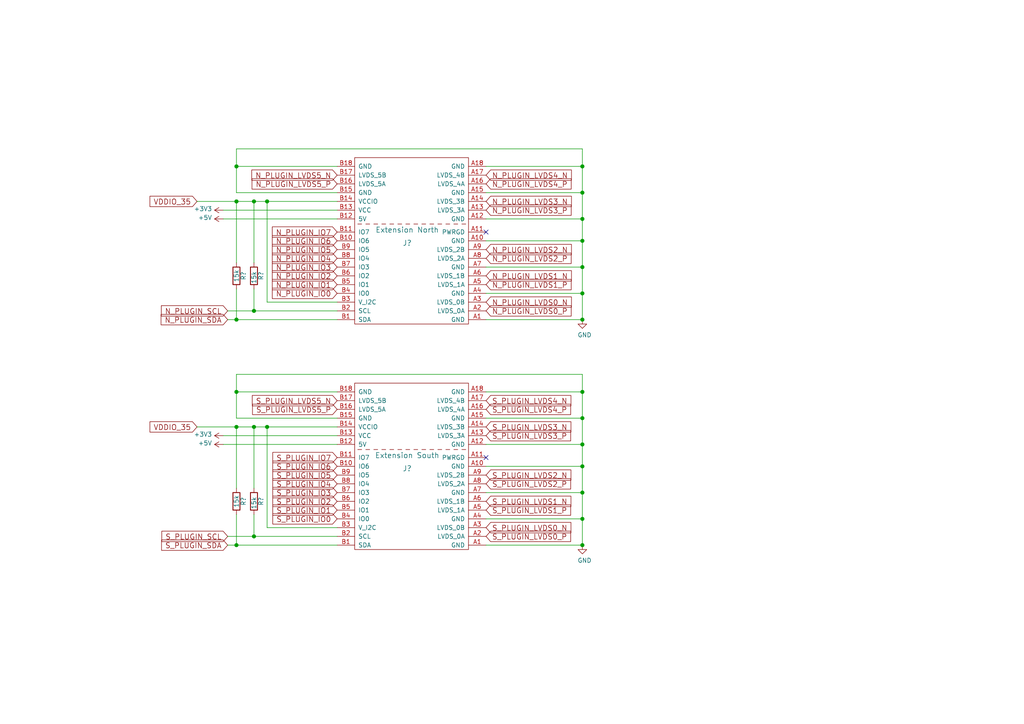
<source format=kicad_sch>
(kicad_sch (version 20201015) (generator eeschema)
  (paper "A4")
  (lib_symbols
    (symbol "Device:R" (pin_numbers hide) (pin_names (offset 0))
      (property "Reference" "R" (at 2.032 0 90))
      (property "Value" "R" (at 0 0 90))
      (symbol "R_0_1"
        (rectangle (start -1.016 -2.54) (end 1.016 2.54) (stroke (width 0.254)))
      )
      (symbol "R_1_1"
        (pin passive line (at 0 3.81 270) (length 1.27) (name "~") (number "1"))
        (pin passive line (at 0 -3.81 90) (length 1.27) (name "~") (number "2"))
      )
    )
    (symbol "pcie-36-axiom:PCIe-36-Axiom" (pin_names (offset 1.016))
      (property "Reference" "J" (at -1.27 0.635 0))
      (property "Value" "PCIe-36-Axiom" (at -1.27 4.445 0))
      (symbol "PCIe-36-Axiom_0_0"
        (text "_ _ _ _ _ _ _ _ _ _ _ _ _ _ " (at 0.635 6.985 0) (effects (font (size 1.524 1.524))))
      )
      (symbol "PCIe-36-Axiom_0_1"
        (rectangle (start -16.51 25.4) (end 16.51 -22.86))
      )
      (symbol "PCIe-36-Axiom_1_1"
        (pin power_in line (at 21.59 -21.59 180) (length 5.08) (name "GND") (number "A1"))
        (pin bidirectional line (at -21.59 -21.59 0) (length 5.08) (name "SDA") (number "B1"))
        (pin bidirectional line (at 21.59 -19.05 180) (length 5.08) (name "LVDS_0A") (number "A2"))
        (pin bidirectional line (at -21.59 -19.05 0) (length 5.08) (name "SCL") (number "B2"))
        (pin bidirectional line (at 21.59 -16.51 180) (length 5.08) (name "LVDS_0B") (number "A3"))
        (pin power_in line (at -21.59 -16.51 0) (length 5.08) (name "V_I2C") (number "B3"))
        (pin power_in line (at 21.59 -13.97 180) (length 5.08) (name "GND") (number "A4"))
        (pin bidirectional line (at -21.59 -13.97 0) (length 5.08) (name "IO0") (number "B4"))
        (pin bidirectional line (at 21.59 -11.43 180) (length 5.08) (name "LVDS_1A") (number "A5"))
        (pin bidirectional line (at -21.59 -11.43 0) (length 5.08) (name "IO1") (number "B5"))
        (pin bidirectional line (at 21.59 -8.89 180) (length 5.08) (name "LVDS_1B") (number "A6"))
        (pin bidirectional line (at -21.59 -8.89 0) (length 5.08) (name "IO2") (number "B6"))
        (pin power_in line (at 21.59 -6.35 180) (length 5.08) (name "GND") (number "A7"))
        (pin bidirectional line (at -21.59 -6.35 0) (length 5.08) (name "IO3") (number "B7"))
        (pin bidirectional line (at 21.59 -3.81 180) (length 5.08) (name "LVDS_2A") (number "A8"))
        (pin bidirectional line (at -21.59 -3.81 0) (length 5.08) (name "IO4") (number "B8"))
        (pin bidirectional line (at 21.59 -1.27 180) (length 5.08) (name "LVDS_2B") (number "A9"))
        (pin bidirectional line (at -21.59 -1.27 0) (length 5.08) (name "IO5") (number "B9"))
        (pin power_in line (at 21.59 1.27 180) (length 5.08) (name "GND") (number "A10"))
        (pin bidirectional line (at -21.59 1.27 0) (length 5.08) (name "IO6") (number "B10"))
        (pin bidirectional line (at 21.59 3.81 180) (length 5.08) (name "PWRGD") (number "A11"))
        (pin bidirectional line (at -21.59 3.81 0) (length 5.08) (name "IO7") (number "B11"))
        (pin power_in line (at 21.59 7.62 180) (length 5.08) (name "GND") (number "A12"))
        (pin input line (at -21.59 7.62 0) (length 5.08) (name "5V") (number "B12"))
        (pin bidirectional line (at 21.59 10.16 180) (length 5.08) (name "LVDS_3A") (number "A13"))
        (pin input line (at -21.59 10.16 0) (length 5.08) (name "VCC") (number "B13"))
        (pin bidirectional line (at 21.59 12.7 180) (length 5.08) (name "LVDS_3B") (number "A14"))
        (pin input line (at -21.59 12.7 0) (length 5.08) (name "VCCIO") (number "B14"))
        (pin power_in line (at 21.59 15.24 180) (length 5.08) (name "GND") (number "A15"))
        (pin power_in line (at -21.59 15.24 0) (length 5.08) (name "GND") (number "B15"))
        (pin bidirectional line (at 21.59 17.78 180) (length 5.08) (name "LVDS_4A") (number "A16"))
        (pin bidirectional line (at -21.59 17.78 0) (length 5.08) (name "LVDS_5A") (number "B16"))
        (pin bidirectional line (at 21.59 20.32 180) (length 5.08) (name "LVDS_4B") (number "A17"))
        (pin bidirectional line (at -21.59 20.32 0) (length 5.08) (name "LVDS_5B") (number "B17"))
        (pin power_in line (at 21.59 22.86 180) (length 5.08) (name "GND") (number "A18"))
        (pin power_in line (at -21.59 22.86 0) (length 5.08) (name "GND") (number "B18"))
      )
    )
    (symbol "power:+3V3" (power) (pin_names (offset 0))
      (property "Value" "+3V3" (at 0 3.556 0))
      (symbol "+3V3_0_1"
        (polyline (pts (xy -0.762 1.27) (xy 0 2.54)))
        (polyline (pts (xy 0 0) (xy 0 2.54)))
        (polyline (pts (xy 0 2.54) (xy 0.762 1.27)))
      )
      (symbol "+3V3_1_1"
        (pin power_in line (at 0 0 90) (length 0) hide (name "+3V3") (number "1"))
      )
    )
    (symbol "power:+5V" (power) (pin_names (offset 0))
      (property "Value" "+5V" (at 0 3.556 0))
      (symbol "+5V_0_1"
        (polyline (pts (xy -0.762 1.27) (xy 0 2.54)))
        (polyline (pts (xy 0 0) (xy 0 2.54)))
        (polyline (pts (xy 0 2.54) (xy 0.762 1.27)))
      )
      (symbol "+5V_1_1"
        (pin power_in line (at 0 0 90) (length 0) hide (name "+5V") (number "1"))
      )
    )
    (symbol "power:GND" (power) (pin_names (offset 0))
      (property "Value" "GND" (at 0 -3.81 0))
      (symbol "GND_0_1"
        (polyline (pts (xy 0 0) (xy 0 -1.27) (xy 1.27 -1.27) (xy 0 -2.54) (xy -1.27 -1.27) (xy 0 -1.27)))
      )
      (symbol "GND_1_1"
        (pin power_in line (at 0 0 270) (length 0) hide (name "GND") (number "1"))
      )
    )
  )
  (junction (at 68.58 48.26) (diameter 1.016))
  (junction (at 68.58 58.42) (diameter 1.016))
  (junction (at 68.58 92.71) (diameter 1.016))
  (junction (at 68.58 113.665) (diameter 1.016))
  (junction (at 68.58 123.825) (diameter 1.016))
  (junction (at 68.58 158.115) (diameter 1.016))
  (junction (at 73.66 58.42) (diameter 1.016))
  (junction (at 73.66 90.17) (diameter 1.016))
  (junction (at 73.66 123.825) (diameter 1.016))
  (junction (at 73.66 155.575) (diameter 1.016))
  (junction (at 77.47 58.42) (diameter 1.016))
  (junction (at 77.47 123.825) (diameter 1.016))
  (junction (at 168.91 48.26) (diameter 1.016))
  (junction (at 168.91 55.88) (diameter 1.016))
  (junction (at 168.91 63.5) (diameter 1.016))
  (junction (at 168.91 69.85) (diameter 1.016))
  (junction (at 168.91 77.47) (diameter 1.016))
  (junction (at 168.91 85.09) (diameter 1.016))
  (junction (at 168.91 92.71) (diameter 1.016))
  (junction (at 168.91 113.665) (diameter 1.016))
  (junction (at 168.91 121.285) (diameter 1.016))
  (junction (at 168.91 128.905) (diameter 1.016))
  (junction (at 168.91 135.255) (diameter 1.016))
  (junction (at 168.91 142.875) (diameter 1.016))
  (junction (at 168.91 150.495) (diameter 1.016))
  (junction (at 168.91 158.115) (diameter 1.016))
  (no_connect (at 140.97 67.31))
  (no_connect (at 140.97 132.715))
  (wire (pts (xy 57.15 58.42) (xy 68.58 58.42)))
  (wire (pts (xy 57.15 123.825) (xy 68.58 123.825)))
  (wire (pts (xy 64.77 60.96) (xy 97.79 60.96)))
  (wire (pts (xy 64.77 63.5) (xy 97.79 63.5)))
  (wire (pts (xy 64.77 126.365) (xy 97.79 126.365)))
  (wire (pts (xy 64.77 128.905) (xy 97.79 128.905)))
  (wire (pts (xy 66.04 90.17) (xy 73.66 90.17)))
  (wire (pts (xy 66.04 92.71) (xy 68.58 92.71)))
  (wire (pts (xy 66.04 155.575) (xy 73.66 155.575)))
  (wire (pts (xy 66.04 158.115) (xy 68.58 158.115)))
  (wire (pts (xy 68.58 43.18) (xy 68.58 48.26)))
  (wire (pts (xy 68.58 43.18) (xy 168.91 43.18)))
  (wire (pts (xy 68.58 48.26) (xy 68.58 55.88)))
  (wire (pts (xy 68.58 48.26) (xy 97.79 48.26)))
  (wire (pts (xy 68.58 55.88) (xy 97.79 55.88)))
  (wire (pts (xy 68.58 58.42) (xy 73.66 58.42)))
  (wire (pts (xy 68.58 76.2) (xy 68.58 58.42)))
  (wire (pts (xy 68.58 83.82) (xy 68.58 92.71)))
  (wire (pts (xy 68.58 92.71) (xy 97.79 92.71)))
  (wire (pts (xy 68.58 108.585) (xy 68.58 113.665)))
  (wire (pts (xy 68.58 108.585) (xy 168.91 108.585)))
  (wire (pts (xy 68.58 113.665) (xy 68.58 121.285)))
  (wire (pts (xy 68.58 113.665) (xy 97.79 113.665)))
  (wire (pts (xy 68.58 121.285) (xy 97.79 121.285)))
  (wire (pts (xy 68.58 123.825) (xy 73.66 123.825)))
  (wire (pts (xy 68.58 141.605) (xy 68.58 123.825)))
  (wire (pts (xy 68.58 149.225) (xy 68.58 158.115)))
  (wire (pts (xy 68.58 158.115) (xy 97.79 158.115)))
  (wire (pts (xy 73.66 58.42) (xy 77.47 58.42)))
  (wire (pts (xy 73.66 76.2) (xy 73.66 58.42)))
  (wire (pts (xy 73.66 83.82) (xy 73.66 90.17)))
  (wire (pts (xy 73.66 90.17) (xy 97.79 90.17)))
  (wire (pts (xy 73.66 123.825) (xy 77.47 123.825)))
  (wire (pts (xy 73.66 141.605) (xy 73.66 123.825)))
  (wire (pts (xy 73.66 149.225) (xy 73.66 155.575)))
  (wire (pts (xy 73.66 155.575) (xy 97.79 155.575)))
  (wire (pts (xy 77.47 58.42) (xy 77.47 87.63)))
  (wire (pts (xy 77.47 58.42) (xy 97.79 58.42)))
  (wire (pts (xy 77.47 87.63) (xy 97.79 87.63)))
  (wire (pts (xy 77.47 123.825) (xy 77.47 153.035)))
  (wire (pts (xy 77.47 123.825) (xy 97.79 123.825)))
  (wire (pts (xy 77.47 153.035) (xy 97.79 153.035)))
  (wire (pts (xy 140.97 48.26) (xy 168.91 48.26)))
  (wire (pts (xy 140.97 55.88) (xy 168.91 55.88)))
  (wire (pts (xy 140.97 63.5) (xy 168.91 63.5)))
  (wire (pts (xy 140.97 69.85) (xy 168.91 69.85)))
  (wire (pts (xy 140.97 77.47) (xy 168.91 77.47)))
  (wire (pts (xy 140.97 85.09) (xy 168.91 85.09)))
  (wire (pts (xy 140.97 92.71) (xy 168.91 92.71)))
  (wire (pts (xy 140.97 113.665) (xy 168.91 113.665)))
  (wire (pts (xy 140.97 121.285) (xy 168.91 121.285)))
  (wire (pts (xy 140.97 128.905) (xy 168.91 128.905)))
  (wire (pts (xy 140.97 135.255) (xy 168.91 135.255)))
  (wire (pts (xy 140.97 142.875) (xy 168.91 142.875)))
  (wire (pts (xy 140.97 150.495) (xy 168.91 150.495)))
  (wire (pts (xy 140.97 158.115) (xy 168.91 158.115)))
  (wire (pts (xy 168.91 43.18) (xy 168.91 48.26)))
  (wire (pts (xy 168.91 48.26) (xy 168.91 55.88)))
  (wire (pts (xy 168.91 55.88) (xy 168.91 63.5)))
  (wire (pts (xy 168.91 63.5) (xy 168.91 69.85)))
  (wire (pts (xy 168.91 69.85) (xy 168.91 77.47)))
  (wire (pts (xy 168.91 77.47) (xy 168.91 85.09)))
  (wire (pts (xy 168.91 85.09) (xy 168.91 92.71)))
  (wire (pts (xy 168.91 108.585) (xy 168.91 113.665)))
  (wire (pts (xy 168.91 113.665) (xy 168.91 121.285)))
  (wire (pts (xy 168.91 121.285) (xy 168.91 128.905)))
  (wire (pts (xy 168.91 128.905) (xy 168.91 135.255)))
  (wire (pts (xy 168.91 135.255) (xy 168.91 142.875)))
  (wire (pts (xy 168.91 142.875) (xy 168.91 150.495)))
  (wire (pts (xy 168.91 150.495) (xy 168.91 158.115)))
  (global_label "VDDIO_35" (shape input) (at 57.15 58.42 180) (property "Intersheet References" "${INTERSHEET_REFS}" (effects hide)) (effects (font (size 1.524 1.524))))
  (global_label "VDDIO_35" (shape input) (at 57.15 123.825 180) (property "Intersheet References" "${INTERSHEET_REFS}" (effects hide)) (effects (font (size 1.524 1.524))))
  (global_label "N_PLUGIN_SCL" (shape input) (at 66.04 90.17 180) (property "Intersheet References" "${INTERSHEET_REFS}" (effects hide)) (effects (font (size 1.524 1.524))))
  (global_label "N_PLUGIN_SDA" (shape input) (at 66.04 92.71 180) (property "Intersheet References" "${INTERSHEET_REFS}" (effects hide)) (effects (font (size 1.524 1.524))))
  (global_label "S_PLUGIN_SCL" (shape input) (at 66.04 155.575 180) (property "Intersheet References" "${INTERSHEET_REFS}" (effects hide)) (effects (font (size 1.524 1.524))))
  (global_label "S_PLUGIN_SDA" (shape input) (at 66.04 158.115 180) (property "Intersheet References" "${INTERSHEET_REFS}" (effects hide)) (effects (font (size 1.524 1.524))))
  (global_label "N_PLUGIN_LVDS5_N" (shape input) (at 97.79 50.8 180) (property "Intersheet References" "${INTERSHEET_REFS}" (effects hide)) (effects (font (size 1.524 1.524))))
  (global_label "N_PLUGIN_LVDS5_P" (shape input) (at 97.79 53.34 180) (property "Intersheet References" "${INTERSHEET_REFS}" (effects hide)) (effects (font (size 1.524 1.524))))
  (global_label "N_PLUGIN_IO7" (shape input) (at 97.79 67.31 180) (property "Intersheet References" "${INTERSHEET_REFS}" (effects hide)) (effects (font (size 1.524 1.524))))
  (global_label "N_PLUGIN_IO6" (shape input) (at 97.79 69.85 180) (property "Intersheet References" "${INTERSHEET_REFS}" (effects hide)) (effects (font (size 1.524 1.524))))
  (global_label "N_PLUGIN_IO5" (shape input) (at 97.79 72.39 180) (property "Intersheet References" "${INTERSHEET_REFS}" (effects hide)) (effects (font (size 1.524 1.524))))
  (global_label "N_PLUGIN_IO4" (shape input) (at 97.79 74.93 180) (property "Intersheet References" "${INTERSHEET_REFS}" (effects hide)) (effects (font (size 1.524 1.524))))
  (global_label "N_PLUGIN_IO3" (shape input) (at 97.79 77.47 180) (property "Intersheet References" "${INTERSHEET_REFS}" (effects hide)) (effects (font (size 1.524 1.524))))
  (global_label "N_PLUGIN_IO2" (shape input) (at 97.79 80.01 180) (property "Intersheet References" "${INTERSHEET_REFS}" (effects hide)) (effects (font (size 1.524 1.524))))
  (global_label "N_PLUGIN_IO1" (shape input) (at 97.79 82.55 180) (property "Intersheet References" "${INTERSHEET_REFS}" (effects hide)) (effects (font (size 1.524 1.524))))
  (global_label "N_PLUGIN_IO0" (shape input) (at 97.79 85.09 180) (property "Intersheet References" "${INTERSHEET_REFS}" (effects hide)) (effects (font (size 1.524 1.524))))
  (global_label "S_PLUGIN_LVDS5_N" (shape input) (at 97.79 116.205 180) (property "Intersheet References" "${INTERSHEET_REFS}" (effects hide)) (effects (font (size 1.524 1.524))))
  (global_label "S_PLUGIN_LVDS5_P" (shape input) (at 97.79 118.745 180) (property "Intersheet References" "${INTERSHEET_REFS}" (effects hide)) (effects (font (size 1.524 1.524))))
  (global_label "S_PLUGIN_IO7" (shape input) (at 97.79 132.715 180) (property "Intersheet References" "${INTERSHEET_REFS}" (effects hide)) (effects (font (size 1.524 1.524))))
  (global_label "S_PLUGIN_IO6" (shape input) (at 97.79 135.255 180) (property "Intersheet References" "${INTERSHEET_REFS}" (effects hide)) (effects (font (size 1.524 1.524))))
  (global_label "S_PLUGIN_IO5" (shape input) (at 97.79 137.795 180) (property "Intersheet References" "${INTERSHEET_REFS}" (effects hide)) (effects (font (size 1.524 1.524))))
  (global_label "S_PLUGIN_IO4" (shape input) (at 97.79 140.335 180) (property "Intersheet References" "${INTERSHEET_REFS}" (effects hide)) (effects (font (size 1.524 1.524))))
  (global_label "S_PLUGIN_IO3" (shape input) (at 97.79 142.875 180) (property "Intersheet References" "${INTERSHEET_REFS}" (effects hide)) (effects (font (size 1.524 1.524))))
  (global_label "S_PLUGIN_IO2" (shape input) (at 97.79 145.415 180) (property "Intersheet References" "${INTERSHEET_REFS}" (effects hide)) (effects (font (size 1.524 1.524))))
  (global_label "S_PLUGIN_IO1" (shape input) (at 97.79 147.955 180) (property "Intersheet References" "${INTERSHEET_REFS}" (effects hide)) (effects (font (size 1.524 1.524))))
  (global_label "S_PLUGIN_IO0" (shape input) (at 97.79 150.495 180) (property "Intersheet References" "${INTERSHEET_REFS}" (effects hide)) (effects (font (size 1.524 1.524))))
  (global_label "N_PLUGIN_LVDS4_N" (shape input) (at 140.97 50.8 0) (property "Intersheet References" "${INTERSHEET_REFS}" (effects hide)) (effects (font (size 1.524 1.524))))
  (global_label "N_PLUGIN_LVDS4_P" (shape input) (at 140.97 53.34 0) (property "Intersheet References" "${INTERSHEET_REFS}" (effects hide)) (effects (font (size 1.524 1.524))))
  (global_label "N_PLUGIN_LVDS3_N" (shape input) (at 140.97 58.42 0) (property "Intersheet References" "${INTERSHEET_REFS}" (effects hide)) (effects (font (size 1.524 1.524))))
  (global_label "N_PLUGIN_LVDS3_P" (shape input) (at 140.97 60.96 0) (property "Intersheet References" "${INTERSHEET_REFS}" (effects hide)) (effects (font (size 1.524 1.524))))
  (global_label "N_PLUGIN_LVDS2_N" (shape input) (at 140.97 72.39 0) (property "Intersheet References" "${INTERSHEET_REFS}" (effects hide)) (effects (font (size 1.524 1.524))))
  (global_label "N_PLUGIN_LVDS2_P" (shape input) (at 140.97 74.93 0) (property "Intersheet References" "${INTERSHEET_REFS}" (effects hide)) (effects (font (size 1.524 1.524))))
  (global_label "N_PLUGIN_LVDS1_N" (shape input) (at 140.97 80.01 0) (property "Intersheet References" "${INTERSHEET_REFS}" (effects hide)) (effects (font (size 1.524 1.524))))
  (global_label "N_PLUGIN_LVDS1_P" (shape input) (at 140.97 82.55 0) (property "Intersheet References" "${INTERSHEET_REFS}" (effects hide)) (effects (font (size 1.524 1.524))))
  (global_label "N_PLUGIN_LVDS0_N" (shape input) (at 140.97 87.63 0) (property "Intersheet References" "${INTERSHEET_REFS}" (effects hide)) (effects (font (size 1.524 1.524))))
  (global_label "N_PLUGIN_LVDS0_P" (shape input) (at 140.97 90.17 0) (property "Intersheet References" "${INTERSHEET_REFS}" (effects hide)) (effects (font (size 1.524 1.524))))
  (global_label "S_PLUGIN_LVDS4_N" (shape input) (at 140.97 116.205 0) (property "Intersheet References" "${INTERSHEET_REFS}" (effects hide)) (effects (font (size 1.524 1.524))))
  (global_label "S_PLUGIN_LVDS4_P" (shape input) (at 140.97 118.745 0) (property "Intersheet References" "${INTERSHEET_REFS}" (effects hide)) (effects (font (size 1.524 1.524))))
  (global_label "S_PLUGIN_LVDS3_N" (shape input) (at 140.97 123.825 0) (property "Intersheet References" "${INTERSHEET_REFS}" (effects hide)) (effects (font (size 1.524 1.524))))
  (global_label "S_PLUGIN_LVDS3_P" (shape input) (at 140.97 126.365 0) (property "Intersheet References" "${INTERSHEET_REFS}" (effects hide)) (effects (font (size 1.524 1.524))))
  (global_label "S_PLUGIN_LVDS2_N" (shape input) (at 140.97 137.795 0) (property "Intersheet References" "${INTERSHEET_REFS}" (effects hide)) (effects (font (size 1.524 1.524))))
  (global_label "S_PLUGIN_LVDS2_P" (shape input) (at 140.97 140.335 0) (property "Intersheet References" "${INTERSHEET_REFS}" (effects hide)) (effects (font (size 1.524 1.524))))
  (global_label "S_PLUGIN_LVDS1_N" (shape input) (at 140.97 145.415 0) (property "Intersheet References" "${INTERSHEET_REFS}" (effects hide)) (effects (font (size 1.524 1.524))))
  (global_label "S_PLUGIN_LVDS1_P" (shape input) (at 140.97 147.955 0) (property "Intersheet References" "${INTERSHEET_REFS}" (effects hide)) (effects (font (size 1.524 1.524))))
  (global_label "S_PLUGIN_LVDS0_N" (shape input) (at 140.97 153.035 0) (property "Intersheet References" "${INTERSHEET_REFS}" (effects hide)) (effects (font (size 1.524 1.524))))
  (global_label "S_PLUGIN_LVDS0_P" (shape input) (at 140.97 155.575 0) (property "Intersheet References" "${INTERSHEET_REFS}" (effects hide)) (effects (font (size 1.524 1.524))))
  (symbol (lib_id "power:+3V3") (at 64.77 60.96 90) (unit 1)
    (property "Reference" "#PWR?" (effects hide))
    (property "Value" "+3V3" (at 61.5188 60.579 90) (effects (justify left)))
  )
  (symbol (lib_id "power:+5V") (at 64.77 63.5 90) (unit 1)
    (property "Reference" "#PWR?" (effects hide))
    (property "Value" "+5V" (at 61.5188 63.119 90) (effects (justify left)))
  )
  (symbol (lib_id "power:+3V3") (at 64.77 126.365 90) (unit 1)
    (property "Reference" "#PWR?" (effects hide))
    (property "Value" "+3V3" (at 61.5188 125.984 90) (effects (justify left)))
  )
  (symbol (lib_id "power:+5V") (at 64.77 128.905 90) (unit 1)
    (property "Reference" "#PWR?" (effects hide))
    (property "Value" "+5V" (at 61.5188 128.524 90) (effects (justify left)))
  )
  (symbol (lib_id "power:GND") (at 168.91 92.71 0) (unit 1)
    (property "Reference" "#PWR?" (effects hide))
    (property "Value" "GND" (at 169.545 97.155 0))
  )
  (symbol (lib_id "power:GND") (at 168.91 158.115 0) (unit 1)
    (property "Reference" "#PWR?" (effects hide))
    (property "Value" "GND" (at 169.545 162.56 0))
  )
  (symbol (lib_id "Device:R") (at 68.58 80.01 0) (unit 1)
    (property "Reference" "R?" (at 70.612 80.01 90))
    (property "Value" "15k" (at 68.58 80.01 90))
    (property "Footprint" "Resistors_SMD:R_0603_HandSoldering" (effects hide))
  )
  (symbol (lib_id "Device:R") (at 68.58 145.415 0) (unit 1)
    (property "Reference" "R?" (at 70.612 145.415 90))
    (property "Value" "15k" (at 68.58 145.415 90))
    (property "Footprint" "Resistors_SMD:R_0603_HandSoldering" (effects hide))
  )
  (symbol (lib_id "Device:R") (at 73.66 80.01 0) (unit 1)
    (property "Reference" "R?" (at 75.692 80.01 90))
    (property "Value" "15k " (at 73.66 80.01 90))
    (property "Footprint" "Resistors_SMD:R_0603_HandSoldering" (effects hide))
  )
  (symbol (lib_id "Device:R") (at 73.66 145.415 0) (unit 1)
    (property "Reference" "R?" (at 75.692 145.415 90))
    (property "Value" "15k " (at 73.66 145.415 90))
    (property "Footprint" "Resistors_SMD:R_0603_HandSoldering" (effects hide))
  )
  (symbol (lib_id "pcie-36-axiom:PCIe-36-Axiom") (at 119.38 71.12 0) (unit 1)
    (property "Reference" "J?" (at 118.11 70.485 0) (effects (font (size 1.524 1.524))))
    (property "Value" "Extension North" (at 118.11 66.675 0) (effects (font (size 1.524 1.524))))
    (property "Footprint" "pcie:PCIE-36-NOPEG" (effects hide))
  )
  (symbol (lib_id "pcie-36-axiom:PCIe-36-Axiom") (at 119.38 136.525 0) (unit 1)
    (property "Reference" "J?" (at 118.11 135.89 0) (effects (font (size 1.524 1.524))))
    (property "Value" "Extension South" (at 118.11 132.08 0) (effects (font (size 1.524 1.524))))
    (property "Footprint" "pcie:PCIE-36-NOPEG" (effects hide))
  )
)
</source>
